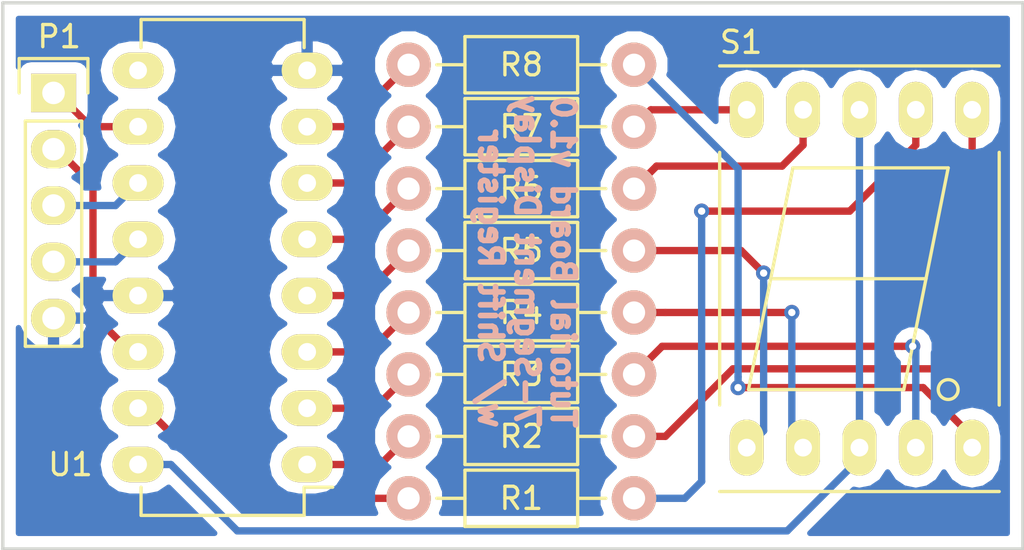
<source format=kicad_pcb>
(kicad_pcb (version 4) (host pcbnew "(2015-11-17 BZR 6321)-product")

  (general
    (links 25)
    (no_connects 1)
    (area 150.234867 111.0382 199.211001 138.9118)
    (thickness 1.6)
    (drawings 5)
    (tracks 79)
    (zones 0)
    (modules 11)
    (nets 23)
  )

  (page A4)
  (layers
    (0 F.Cu signal)
    (31 B.Cu signal)
    (34 B.Paste user)
    (35 F.Paste user)
    (36 B.SilkS user)
    (37 F.SilkS user)
    (38 B.Mask user)
    (39 F.Mask user)
    (41 Cmts.User user)
    (44 Edge.Cuts user)
  )

  (setup
    (last_trace_width 0.3302)
    (user_trace_width 0.1524)
    (user_trace_width 0.254)
    (user_trace_width 0.3302)
    (user_trace_width 0.508)
    (user_trace_width 0.762)
    (trace_clearance 0.254)
    (zone_clearance 0.508)
    (zone_45_only no)
    (trace_min 0.1524)
    (segment_width 0.2)
    (edge_width 0.15)
    (via_size 0.6858)
    (via_drill 0.3302)
    (via_min_size 0.6858)
    (via_min_drill 0.3302)
    (user_via 0.6858 0.3302)
    (user_via 0.7366 0.381)
    (user_via 0.8636 0.508)
    (uvia_size 0.762)
    (uvia_drill 0.508)
    (uvias_allowed no)
    (uvia_min_size 0)
    (uvia_min_drill 0)
    (pcb_text_width 0.3)
    (pcb_text_size 1.5 1.5)
    (mod_edge_width 0.15)
    (mod_text_size 1 1)
    (mod_text_width 0.15)
    (pad_size 1.524 1.524)
    (pad_drill 0.762)
    (pad_to_mask_clearance 0.2)
    (aux_axis_origin 0 0)
    (visible_elements FFFEFF7F)
    (pcbplotparams
      (layerselection 0x010f0_80000001)
      (usegerberextensions true)
      (excludeedgelayer true)
      (linewidth 0.100000)
      (plotframeref false)
      (viasonmask false)
      (mode 1)
      (useauxorigin false)
      (hpglpennumber 1)
      (hpglpenspeed 20)
      (hpglpendiameter 15)
      (hpglpenoverlay 2)
      (psnegative false)
      (psa4output false)
      (plotreference true)
      (plotvalue true)
      (plotinvisibletext false)
      (padsonsilk false)
      (subtractmaskfromsilk false)
      (outputformat 1)
      (mirror false)
      (drillshape 0)
      (scaleselection 1)
      (outputdirectory gerbers/))
  )

  (net 0 "")
  (net 1 VCC)
  (net 2 /LATCH)
  (net 3 /DATA)
  (net 4 /CLOCK)
  (net 5 GND)
  (net 6 /A)
  (net 7 /QA)
  (net 8 /B)
  (net 9 /QB)
  (net 10 /C)
  (net 11 /QC)
  (net 12 /D)
  (net 13 /QD)
  (net 14 /E)
  (net 15 /QE)
  (net 16 /F)
  (net 17 /QF)
  (net 18 /G)
  (net 19 /QG)
  (net 20 /H)
  (net 21 /QH)
  (net 22 "Net-(U1-Pad9)")

  (net_class Default "This is the default net class."
    (clearance 0.254)
    (trace_width 0.3302)
    (via_dia 0.6858)
    (via_drill 0.3302)
    (uvia_dia 0.762)
    (uvia_drill 0.508)
    (add_net /A)
    (add_net /B)
    (add_net /C)
    (add_net /CLOCK)
    (add_net /D)
    (add_net /DATA)
    (add_net /E)
    (add_net /F)
    (add_net /G)
    (add_net /H)
    (add_net /LATCH)
    (add_net /QA)
    (add_net /QB)
    (add_net /QC)
    (add_net /QD)
    (add_net /QE)
    (add_net /QF)
    (add_net /QG)
    (add_net /QH)
    (add_net "Net-(U1-Pad9)")
  )

  (net_class Power ""
    (clearance 0.3048)
    (trace_width 0.508)
    (via_dia 0.762)
    (via_drill 0.4064)
    (uvia_dia 0.762)
    (uvia_drill 0.508)
    (add_net GND)
    (add_net VCC)
  )

  (module Pin_Headers:Pin_Header_Straight_1x05 (layer F.Cu) (tedit 54EA0684) (tstamp 565E31A1)
    (at 155.448 117.348)
    (descr "Through hole pin header")
    (tags "pin header")
    (path /565E229A)
    (fp_text reference P1 (at 0.254 -2.54) (layer F.SilkS)
      (effects (font (size 1 1) (thickness 0.15)))
    )
    (fp_text value CONN_01X05 (at 0 -3.1) (layer F.Fab)
      (effects (font (size 1 1) (thickness 0.15)))
    )
    (fp_line (start -1.55 0) (end -1.55 -1.55) (layer F.SilkS) (width 0.15))
    (fp_line (start -1.55 -1.55) (end 1.55 -1.55) (layer F.SilkS) (width 0.15))
    (fp_line (start 1.55 -1.55) (end 1.55 0) (layer F.SilkS) (width 0.15))
    (fp_line (start -1.75 -1.75) (end -1.75 11.95) (layer F.CrtYd) (width 0.05))
    (fp_line (start 1.75 -1.75) (end 1.75 11.95) (layer F.CrtYd) (width 0.05))
    (fp_line (start -1.75 -1.75) (end 1.75 -1.75) (layer F.CrtYd) (width 0.05))
    (fp_line (start -1.75 11.95) (end 1.75 11.95) (layer F.CrtYd) (width 0.05))
    (fp_line (start 1.27 1.27) (end 1.27 11.43) (layer F.SilkS) (width 0.15))
    (fp_line (start 1.27 11.43) (end -1.27 11.43) (layer F.SilkS) (width 0.15))
    (fp_line (start -1.27 11.43) (end -1.27 1.27) (layer F.SilkS) (width 0.15))
    (fp_line (start 1.27 1.27) (end -1.27 1.27) (layer F.SilkS) (width 0.15))
    (pad 1 thru_hole rect (at 0 0) (size 2.032 1.7272) (drill 1.016) (layers *.Cu *.Mask F.SilkS)
      (net 1 VCC))
    (pad 2 thru_hole oval (at 0 2.54) (size 2.032 1.7272) (drill 1.016) (layers *.Cu *.Mask F.SilkS)
      (net 2 /LATCH))
    (pad 3 thru_hole oval (at 0 5.08) (size 2.032 1.7272) (drill 1.016) (layers *.Cu *.Mask F.SilkS)
      (net 3 /DATA))
    (pad 4 thru_hole oval (at 0 7.62) (size 2.032 1.7272) (drill 1.016) (layers *.Cu *.Mask F.SilkS)
      (net 4 /CLOCK))
    (pad 5 thru_hole oval (at 0 10.16) (size 2.032 1.7272) (drill 1.016) (layers *.Cu *.Mask F.SilkS)
      (net 5 GND))
    (model Pin_Headers.3dshapes/Pin_Header_Straight_1x05.wrl
      (at (xyz 0 -0.2 0))
      (scale (xyz 1 1 1))
      (rotate (xyz 0 0 90))
    )
  )

  (module Resistors_ThroughHole:Resistor_Horizontal_RM10mm (layer F.Cu) (tedit 53F56209) (tstamp 565E31A7)
    (at 176.53 135.636 180)
    (descr "Resistor, Axial,  RM 10mm, 1/3W,")
    (tags "Resistor, Axial, RM 10mm, 1/3W,")
    (path /565E2758)
    (fp_text reference R1 (at 0 0 180) (layer F.SilkS)
      (effects (font (size 1 1) (thickness 0.15)))
    )
    (fp_text value 220 (at 3.81 3.81 180) (layer F.Fab)
      (effects (font (size 1 1) (thickness 0.15)))
    )
    (fp_line (start -2.54 -1.27) (end 2.54 -1.27) (layer F.SilkS) (width 0.15))
    (fp_line (start 2.54 -1.27) (end 2.54 1.27) (layer F.SilkS) (width 0.15))
    (fp_line (start 2.54 1.27) (end -2.54 1.27) (layer F.SilkS) (width 0.15))
    (fp_line (start -2.54 1.27) (end -2.54 -1.27) (layer F.SilkS) (width 0.15))
    (fp_line (start -2.54 0) (end -3.81 0) (layer F.SilkS) (width 0.15))
    (fp_line (start 2.54 0) (end 3.81 0) (layer F.SilkS) (width 0.15))
    (pad 1 thru_hole circle (at -5.08 0 180) (size 1.99898 1.99898) (drill 1.00076) (layers *.Cu *.SilkS *.Mask)
      (net 6 /A))
    (pad 2 thru_hole circle (at 5.08 0 180) (size 1.99898 1.99898) (drill 1.00076) (layers *.Cu *.SilkS *.Mask)
      (net 7 /QA))
    (model Resistors_ThroughHole.3dshapes/Resistor_Horizontal_RM10mm.wrl
      (at (xyz 0 0 0))
      (scale (xyz 0.4 0.4 0.4))
      (rotate (xyz 0 0 0))
    )
  )

  (module Resistors_ThroughHole:Resistor_Horizontal_RM10mm (layer F.Cu) (tedit 53F56209) (tstamp 565E31AD)
    (at 176.53 132.842 180)
    (descr "Resistor, Axial,  RM 10mm, 1/3W,")
    (tags "Resistor, Axial, RM 10mm, 1/3W,")
    (path /565E27FD)
    (fp_text reference R2 (at 0 0 180) (layer F.SilkS)
      (effects (font (size 1 1) (thickness 0.15)))
    )
    (fp_text value 220 (at 3.81 3.81 180) (layer F.Fab)
      (effects (font (size 1 1) (thickness 0.15)))
    )
    (fp_line (start -2.54 -1.27) (end 2.54 -1.27) (layer F.SilkS) (width 0.15))
    (fp_line (start 2.54 -1.27) (end 2.54 1.27) (layer F.SilkS) (width 0.15))
    (fp_line (start 2.54 1.27) (end -2.54 1.27) (layer F.SilkS) (width 0.15))
    (fp_line (start -2.54 1.27) (end -2.54 -1.27) (layer F.SilkS) (width 0.15))
    (fp_line (start -2.54 0) (end -3.81 0) (layer F.SilkS) (width 0.15))
    (fp_line (start 2.54 0) (end 3.81 0) (layer F.SilkS) (width 0.15))
    (pad 1 thru_hole circle (at -5.08 0 180) (size 1.99898 1.99898) (drill 1.00076) (layers *.Cu *.SilkS *.Mask)
      (net 8 /B))
    (pad 2 thru_hole circle (at 5.08 0 180) (size 1.99898 1.99898) (drill 1.00076) (layers *.Cu *.SilkS *.Mask)
      (net 9 /QB))
    (model Resistors_ThroughHole.3dshapes/Resistor_Horizontal_RM10mm.wrl
      (at (xyz 0 0 0))
      (scale (xyz 0.4 0.4 0.4))
      (rotate (xyz 0 0 0))
    )
  )

  (module Resistors_ThroughHole:Resistor_Horizontal_RM10mm (layer F.Cu) (tedit 53F56209) (tstamp 565E31B3)
    (at 176.53 130.048 180)
    (descr "Resistor, Axial,  RM 10mm, 1/3W,")
    (tags "Resistor, Axial, RM 10mm, 1/3W,")
    (path /565E282D)
    (fp_text reference R3 (at 0 0 180) (layer F.SilkS)
      (effects (font (size 1 1) (thickness 0.15)))
    )
    (fp_text value 220 (at 3.81 3.81 180) (layer F.Fab)
      (effects (font (size 1 1) (thickness 0.15)))
    )
    (fp_line (start -2.54 -1.27) (end 2.54 -1.27) (layer F.SilkS) (width 0.15))
    (fp_line (start 2.54 -1.27) (end 2.54 1.27) (layer F.SilkS) (width 0.15))
    (fp_line (start 2.54 1.27) (end -2.54 1.27) (layer F.SilkS) (width 0.15))
    (fp_line (start -2.54 1.27) (end -2.54 -1.27) (layer F.SilkS) (width 0.15))
    (fp_line (start -2.54 0) (end -3.81 0) (layer F.SilkS) (width 0.15))
    (fp_line (start 2.54 0) (end 3.81 0) (layer F.SilkS) (width 0.15))
    (pad 1 thru_hole circle (at -5.08 0 180) (size 1.99898 1.99898) (drill 1.00076) (layers *.Cu *.SilkS *.Mask)
      (net 10 /C))
    (pad 2 thru_hole circle (at 5.08 0 180) (size 1.99898 1.99898) (drill 1.00076) (layers *.Cu *.SilkS *.Mask)
      (net 11 /QC))
    (model Resistors_ThroughHole.3dshapes/Resistor_Horizontal_RM10mm.wrl
      (at (xyz 0 0 0))
      (scale (xyz 0.4 0.4 0.4))
      (rotate (xyz 0 0 0))
    )
  )

  (module Resistors_ThroughHole:Resistor_Horizontal_RM10mm (layer F.Cu) (tedit 53F56209) (tstamp 565E31B9)
    (at 176.53 127.254 180)
    (descr "Resistor, Axial,  RM 10mm, 1/3W,")
    (tags "Resistor, Axial, RM 10mm, 1/3W,")
    (path /565E2863)
    (fp_text reference R4 (at 0 0 180) (layer F.SilkS)
      (effects (font (size 1 1) (thickness 0.15)))
    )
    (fp_text value 220 (at 3.81 3.81 180) (layer F.Fab)
      (effects (font (size 1 1) (thickness 0.15)))
    )
    (fp_line (start -2.54 -1.27) (end 2.54 -1.27) (layer F.SilkS) (width 0.15))
    (fp_line (start 2.54 -1.27) (end 2.54 1.27) (layer F.SilkS) (width 0.15))
    (fp_line (start 2.54 1.27) (end -2.54 1.27) (layer F.SilkS) (width 0.15))
    (fp_line (start -2.54 1.27) (end -2.54 -1.27) (layer F.SilkS) (width 0.15))
    (fp_line (start -2.54 0) (end -3.81 0) (layer F.SilkS) (width 0.15))
    (fp_line (start 2.54 0) (end 3.81 0) (layer F.SilkS) (width 0.15))
    (pad 1 thru_hole circle (at -5.08 0 180) (size 1.99898 1.99898) (drill 1.00076) (layers *.Cu *.SilkS *.Mask)
      (net 12 /D))
    (pad 2 thru_hole circle (at 5.08 0 180) (size 1.99898 1.99898) (drill 1.00076) (layers *.Cu *.SilkS *.Mask)
      (net 13 /QD))
    (model Resistors_ThroughHole.3dshapes/Resistor_Horizontal_RM10mm.wrl
      (at (xyz 0 0 0))
      (scale (xyz 0.4 0.4 0.4))
      (rotate (xyz 0 0 0))
    )
  )

  (module Resistors_ThroughHole:Resistor_Horizontal_RM10mm (layer F.Cu) (tedit 53F56209) (tstamp 565E31BF)
    (at 176.53 124.46 180)
    (descr "Resistor, Axial,  RM 10mm, 1/3W,")
    (tags "Resistor, Axial, RM 10mm, 1/3W,")
    (path /565E28A0)
    (fp_text reference R5 (at 0 0 180) (layer F.SilkS)
      (effects (font (size 1 1) (thickness 0.15)))
    )
    (fp_text value 220 (at 3.81 3.81 180) (layer F.Fab)
      (effects (font (size 1 1) (thickness 0.15)))
    )
    (fp_line (start -2.54 -1.27) (end 2.54 -1.27) (layer F.SilkS) (width 0.15))
    (fp_line (start 2.54 -1.27) (end 2.54 1.27) (layer F.SilkS) (width 0.15))
    (fp_line (start 2.54 1.27) (end -2.54 1.27) (layer F.SilkS) (width 0.15))
    (fp_line (start -2.54 1.27) (end -2.54 -1.27) (layer F.SilkS) (width 0.15))
    (fp_line (start -2.54 0) (end -3.81 0) (layer F.SilkS) (width 0.15))
    (fp_line (start 2.54 0) (end 3.81 0) (layer F.SilkS) (width 0.15))
    (pad 1 thru_hole circle (at -5.08 0 180) (size 1.99898 1.99898) (drill 1.00076) (layers *.Cu *.SilkS *.Mask)
      (net 14 /E))
    (pad 2 thru_hole circle (at 5.08 0 180) (size 1.99898 1.99898) (drill 1.00076) (layers *.Cu *.SilkS *.Mask)
      (net 15 /QE))
    (model Resistors_ThroughHole.3dshapes/Resistor_Horizontal_RM10mm.wrl
      (at (xyz 0 0 0))
      (scale (xyz 0.4 0.4 0.4))
      (rotate (xyz 0 0 0))
    )
  )

  (module Resistors_ThroughHole:Resistor_Horizontal_RM10mm (layer F.Cu) (tedit 53F56209) (tstamp 565E31C5)
    (at 176.53 121.666 180)
    (descr "Resistor, Axial,  RM 10mm, 1/3W,")
    (tags "Resistor, Axial, RM 10mm, 1/3W,")
    (path /565E28D8)
    (fp_text reference R6 (at 0 0 180) (layer F.SilkS)
      (effects (font (size 1 1) (thickness 0.15)))
    )
    (fp_text value 220 (at 3.81 3.81 180) (layer F.Fab)
      (effects (font (size 1 1) (thickness 0.15)))
    )
    (fp_line (start -2.54 -1.27) (end 2.54 -1.27) (layer F.SilkS) (width 0.15))
    (fp_line (start 2.54 -1.27) (end 2.54 1.27) (layer F.SilkS) (width 0.15))
    (fp_line (start 2.54 1.27) (end -2.54 1.27) (layer F.SilkS) (width 0.15))
    (fp_line (start -2.54 1.27) (end -2.54 -1.27) (layer F.SilkS) (width 0.15))
    (fp_line (start -2.54 0) (end -3.81 0) (layer F.SilkS) (width 0.15))
    (fp_line (start 2.54 0) (end 3.81 0) (layer F.SilkS) (width 0.15))
    (pad 1 thru_hole circle (at -5.08 0 180) (size 1.99898 1.99898) (drill 1.00076) (layers *.Cu *.SilkS *.Mask)
      (net 16 /F))
    (pad 2 thru_hole circle (at 5.08 0 180) (size 1.99898 1.99898) (drill 1.00076) (layers *.Cu *.SilkS *.Mask)
      (net 17 /QF))
    (model Resistors_ThroughHole.3dshapes/Resistor_Horizontal_RM10mm.wrl
      (at (xyz 0 0 0))
      (scale (xyz 0.4 0.4 0.4))
      (rotate (xyz 0 0 0))
    )
  )

  (module Resistors_ThroughHole:Resistor_Horizontal_RM10mm (layer F.Cu) (tedit 53F56209) (tstamp 565E31CB)
    (at 176.53 118.872 180)
    (descr "Resistor, Axial,  RM 10mm, 1/3W,")
    (tags "Resistor, Axial, RM 10mm, 1/3W,")
    (path /565E290B)
    (fp_text reference R7 (at 0 0 180) (layer F.SilkS)
      (effects (font (size 1 1) (thickness 0.15)))
    )
    (fp_text value 220 (at 3.81 3.81 180) (layer F.Fab)
      (effects (font (size 1 1) (thickness 0.15)))
    )
    (fp_line (start -2.54 -1.27) (end 2.54 -1.27) (layer F.SilkS) (width 0.15))
    (fp_line (start 2.54 -1.27) (end 2.54 1.27) (layer F.SilkS) (width 0.15))
    (fp_line (start 2.54 1.27) (end -2.54 1.27) (layer F.SilkS) (width 0.15))
    (fp_line (start -2.54 1.27) (end -2.54 -1.27) (layer F.SilkS) (width 0.15))
    (fp_line (start -2.54 0) (end -3.81 0) (layer F.SilkS) (width 0.15))
    (fp_line (start 2.54 0) (end 3.81 0) (layer F.SilkS) (width 0.15))
    (pad 1 thru_hole circle (at -5.08 0 180) (size 1.99898 1.99898) (drill 1.00076) (layers *.Cu *.SilkS *.Mask)
      (net 18 /G))
    (pad 2 thru_hole circle (at 5.08 0 180) (size 1.99898 1.99898) (drill 1.00076) (layers *.Cu *.SilkS *.Mask)
      (net 19 /QG))
    (model Resistors_ThroughHole.3dshapes/Resistor_Horizontal_RM10mm.wrl
      (at (xyz 0 0 0))
      (scale (xyz 0.4 0.4 0.4))
      (rotate (xyz 0 0 0))
    )
  )

  (module Resistors_ThroughHole:Resistor_Horizontal_RM10mm (layer F.Cu) (tedit 53F56209) (tstamp 565E31D1)
    (at 176.53 116.078 180)
    (descr "Resistor, Axial,  RM 10mm, 1/3W,")
    (tags "Resistor, Axial, RM 10mm, 1/3W,")
    (path /565E44EE)
    (fp_text reference R8 (at 0 0 180) (layer F.SilkS)
      (effects (font (size 1 1) (thickness 0.15)))
    )
    (fp_text value 220 (at 3.81 3.81 180) (layer F.Fab)
      (effects (font (size 1 1) (thickness 0.15)))
    )
    (fp_line (start -2.54 -1.27) (end 2.54 -1.27) (layer F.SilkS) (width 0.15))
    (fp_line (start 2.54 -1.27) (end 2.54 1.27) (layer F.SilkS) (width 0.15))
    (fp_line (start 2.54 1.27) (end -2.54 1.27) (layer F.SilkS) (width 0.15))
    (fp_line (start -2.54 1.27) (end -2.54 -1.27) (layer F.SilkS) (width 0.15))
    (fp_line (start -2.54 0) (end -3.81 0) (layer F.SilkS) (width 0.15))
    (fp_line (start 2.54 0) (end 3.81 0) (layer F.SilkS) (width 0.15))
    (pad 1 thru_hole circle (at -5.08 0 180) (size 1.99898 1.99898) (drill 1.00076) (layers *.Cu *.SilkS *.Mask)
      (net 20 /H))
    (pad 2 thru_hole circle (at 5.08 0 180) (size 1.99898 1.99898) (drill 1.00076) (layers *.Cu *.SilkS *.Mask)
      (net 21 /QH))
    (model Resistors_ThroughHole.3dshapes/Resistor_Horizontal_RM10mm.wrl
      (at (xyz 0 0 0))
      (scale (xyz 0.4 0.4 0.4))
      (rotate (xyz 0 0 0))
    )
  )

  (module Displays_7-Segment:7SegmentLED_LTS6760_LTS6780 (layer F.Cu) (tedit 0) (tstamp 565E31DF)
    (at 191.77 125.73)
    (path /565E257C)
    (fp_text reference S1 (at -5.334 -10.668) (layer F.SilkS)
      (effects (font (size 1 1) (thickness 0.15)))
    )
    (fp_text value 7SEGM (at -0.4 12) (layer F.Fab)
      (effects (font (size 1 1) (thickness 0.15)))
    )
    (fp_circle (center 4 5) (end 4.4 5.2) (layer F.SilkS) (width 0.15))
    (fp_line (start -3 -5) (end -4 0) (layer F.SilkS) (width 0.15))
    (fp_line (start -4 0) (end -5 5) (layer F.SilkS) (width 0.15))
    (fp_line (start -5 5) (end 2 5) (layer F.SilkS) (width 0.15))
    (fp_line (start 2 5) (end 3 0) (layer F.SilkS) (width 0.15))
    (fp_line (start 4 -5) (end 3 0) (layer F.SilkS) (width 0.15))
    (fp_line (start 3 0) (end -4 0) (layer F.SilkS) (width 0.15))
    (fp_line (start -3 -5) (end 4 -5) (layer F.SilkS) (width 0.15))
    (fp_line (start 6.3 9.6) (end -6.3 9.6) (layer F.SilkS) (width 0.15))
    (fp_line (start -6.3 -5.7) (end -6.3 5.7) (layer F.SilkS) (width 0.15))
    (fp_line (start 6.3 -5.7) (end 6.3 5.7) (layer F.SilkS) (width 0.15))
    (fp_line (start -6.3 -9.6) (end 6.3 -9.6) (layer F.SilkS) (width 0.15))
    (pad 1 thru_hole oval (at -5.08 7.62) (size 1.524 2.524) (drill 0.8) (layers *.Cu *.Mask F.SilkS)
      (net 14 /E))
    (pad 2 thru_hole oval (at -2.54 7.62) (size 1.524 2.524) (drill 0.8) (layers *.Cu *.Mask F.SilkS)
      (net 12 /D))
    (pad 3 thru_hole oval (at 0 7.62) (size 1.524 2.524) (drill 0.8) (layers *.Cu *.Mask F.SilkS)
      (net 1 VCC))
    (pad 4 thru_hole oval (at 2.54 7.62) (size 1.524 2.524) (drill 0.8) (layers *.Cu *.Mask F.SilkS)
      (net 10 /C))
    (pad 5 thru_hole oval (at 5.08 7.62) (size 1.524 2.524) (drill 0.8) (layers *.Cu *.Mask F.SilkS)
      (net 20 /H))
    (pad 6 thru_hole oval (at 5.08 -7.62) (size 1.524 2.524) (drill 0.8) (layers *.Cu *.Mask F.SilkS)
      (net 8 /B))
    (pad 7 thru_hole oval (at 2.54 -7.62) (size 1.524 2.524) (drill 0.8) (layers *.Cu *.Mask F.SilkS)
      (net 6 /A))
    (pad 8 thru_hole oval (at 0 -7.62) (size 1.524 2.524) (drill 0.8) (layers *.Cu *.Mask F.SilkS)
      (net 1 VCC))
    (pad 9 thru_hole oval (at -2.54 -7.62) (size 1.524 2.524) (drill 0.8) (layers *.Cu *.Mask F.SilkS)
      (net 16 /F))
    (pad 10 thru_hole oval (at -5.08 -7.62) (size 1.524 2.524) (drill 0.8) (layers *.Cu *.Mask F.SilkS)
      (net 18 /G))
    (model Displays_7-Segment.3dshapes/7SegmentLED_LTS6760_LTS6780.wrl
      (at (xyz 0 0 0))
      (scale (xyz 0.3937 0.3937 0.3937))
      (rotate (xyz 0 0 0))
    )
  )

  (module Housings_DIP:DIP-16_W7.62mm_LongPads (layer F.Cu) (tedit 54130A77) (tstamp 565E31F3)
    (at 166.878 134.112 180)
    (descr "16-lead dip package, row spacing 7.62 mm (300 mils), longer pads")
    (tags "dil dip 2.54 300")
    (path /565E265F)
    (fp_text reference U1 (at 10.668 0 180) (layer F.SilkS)
      (effects (font (size 1 1) (thickness 0.15)))
    )
    (fp_text value 74HC595 (at 0 -3.72 180) (layer F.Fab)
      (effects (font (size 1 1) (thickness 0.15)))
    )
    (fp_line (start -1.4 -2.45) (end -1.4 20.25) (layer F.CrtYd) (width 0.05))
    (fp_line (start 9 -2.45) (end 9 20.25) (layer F.CrtYd) (width 0.05))
    (fp_line (start -1.4 -2.45) (end 9 -2.45) (layer F.CrtYd) (width 0.05))
    (fp_line (start -1.4 20.25) (end 9 20.25) (layer F.CrtYd) (width 0.05))
    (fp_line (start 0.135 -2.295) (end 0.135 -1.025) (layer F.SilkS) (width 0.15))
    (fp_line (start 7.485 -2.295) (end 7.485 -1.025) (layer F.SilkS) (width 0.15))
    (fp_line (start 7.485 20.075) (end 7.485 18.805) (layer F.SilkS) (width 0.15))
    (fp_line (start 0.135 20.075) (end 0.135 18.805) (layer F.SilkS) (width 0.15))
    (fp_line (start 0.135 -2.295) (end 7.485 -2.295) (layer F.SilkS) (width 0.15))
    (fp_line (start 0.135 20.075) (end 7.485 20.075) (layer F.SilkS) (width 0.15))
    (fp_line (start 0.135 -1.025) (end -1.15 -1.025) (layer F.SilkS) (width 0.15))
    (pad 1 thru_hole oval (at 0 0 180) (size 2.3 1.6) (drill 0.8) (layers *.Cu *.Mask F.SilkS)
      (net 9 /QB))
    (pad 2 thru_hole oval (at 0 2.54 180) (size 2.3 1.6) (drill 0.8) (layers *.Cu *.Mask F.SilkS)
      (net 11 /QC))
    (pad 3 thru_hole oval (at 0 5.08 180) (size 2.3 1.6) (drill 0.8) (layers *.Cu *.Mask F.SilkS)
      (net 13 /QD))
    (pad 4 thru_hole oval (at 0 7.62 180) (size 2.3 1.6) (drill 0.8) (layers *.Cu *.Mask F.SilkS)
      (net 15 /QE))
    (pad 5 thru_hole oval (at 0 10.16 180) (size 2.3 1.6) (drill 0.8) (layers *.Cu *.Mask F.SilkS)
      (net 17 /QF))
    (pad 6 thru_hole oval (at 0 12.7 180) (size 2.3 1.6) (drill 0.8) (layers *.Cu *.Mask F.SilkS)
      (net 19 /QG))
    (pad 7 thru_hole oval (at 0 15.24 180) (size 2.3 1.6) (drill 0.8) (layers *.Cu *.Mask F.SilkS)
      (net 21 /QH))
    (pad 8 thru_hole oval (at 0 17.78 180) (size 2.3 1.6) (drill 0.8) (layers *.Cu *.Mask F.SilkS)
      (net 5 GND))
    (pad 9 thru_hole oval (at 7.62 17.78 180) (size 2.3 1.6) (drill 0.8) (layers *.Cu *.Mask F.SilkS)
      (net 22 "Net-(U1-Pad9)"))
    (pad 10 thru_hole oval (at 7.62 15.24 180) (size 2.3 1.6) (drill 0.8) (layers *.Cu *.Mask F.SilkS)
      (net 1 VCC))
    (pad 11 thru_hole oval (at 7.62 12.7 180) (size 2.3 1.6) (drill 0.8) (layers *.Cu *.Mask F.SilkS)
      (net 3 /DATA))
    (pad 12 thru_hole oval (at 7.62 10.16 180) (size 2.3 1.6) (drill 0.8) (layers *.Cu *.Mask F.SilkS)
      (net 4 /CLOCK))
    (pad 13 thru_hole oval (at 7.62 7.62 180) (size 2.3 1.6) (drill 0.8) (layers *.Cu *.Mask F.SilkS)
      (net 5 GND))
    (pad 14 thru_hole oval (at 7.62 5.08 180) (size 2.3 1.6) (drill 0.8) (layers *.Cu *.Mask F.SilkS)
      (net 2 /LATCH))
    (pad 15 thru_hole oval (at 7.62 2.54 180) (size 2.3 1.6) (drill 0.8) (layers *.Cu *.Mask F.SilkS)
      (net 7 /QA))
    (pad 16 thru_hole oval (at 7.62 0 180) (size 2.3 1.6) (drill 0.8) (layers *.Cu *.Mask F.SilkS)
      (net 1 VCC))
    (model Housings_DIP.3dshapes/DIP-16_W7.62mm_LongPads.wrl
      (at (xyz 0 0 0))
      (scale (xyz 1 1 1))
      (rotate (xyz 0 0 0))
    )
  )

  (gr_text "Tutorial Board v1.0\n7-Segment Display \nw/ Shift Register" (at 176.784 132.588 270) (layer B.SilkS)
    (effects (font (size 1.016 1.016) (thickness 0.254)) (justify left mirror))
  )
  (gr_line (start 199.136 137.922) (end 199.136 113.284) (angle 90) (layer Edge.Cuts) (width 0.15))
  (gr_line (start 153.162 137.922) (end 199.136 137.922) (angle 90) (layer Edge.Cuts) (width 0.15))
  (gr_line (start 153.162 113.284) (end 153.162 137.922) (angle 90) (layer Edge.Cuts) (width 0.15))
  (gr_line (start 199.136 113.284) (end 153.162 113.284) (angle 90) (layer Edge.Cuts) (width 0.15))

  (segment (start 191.77 133.35) (end 191.77 118.11) (width 0.3302) (layer B.Cu) (net 1))
  (segment (start 159.258 134.112) (end 160.7382 134.112) (width 0.3302) (layer B.Cu) (net 1))
  (segment (start 160.7382 134.112) (end 163.731591 137.105391) (width 0.3302) (layer B.Cu) (net 1))
  (segment (start 163.731591 137.105391) (end 188.514609 137.105391) (width 0.3302) (layer B.Cu) (net 1))
  (segment (start 188.514609 137.105391) (end 191.77 133.85) (width 0.3302) (layer B.Cu) (net 1))
  (segment (start 191.77 133.85) (end 191.77 133.35) (width 0.3302) (layer B.Cu) (net 1))
  (segment (start 159.258 118.872) (end 156.972 118.872) (width 0.3302) (layer F.Cu) (net 1))
  (segment (start 156.972 118.872) (end 156.7942 118.6942) (width 0.3302) (layer F.Cu) (net 1))
  (segment (start 156.7942 118.6942) (end 156.7942 118.5418) (width 0.3302) (layer F.Cu) (net 1))
  (segment (start 156.7942 118.5418) (end 155.6004 117.348) (width 0.3302) (layer F.Cu) (net 1))
  (segment (start 155.6004 117.348) (end 155.448 117.348) (width 0.3302) (layer F.Cu) (net 1))
  (segment (start 157.226 121.5136) (end 157.226 127.35) (width 0.3302) (layer F.Cu) (net 2))
  (segment (start 157.226 127.35) (end 158.908 129.032) (width 0.3302) (layer F.Cu) (net 2))
  (segment (start 158.908 129.032) (end 159.258 129.032) (width 0.3302) (layer F.Cu) (net 2))
  (segment (start 155.448 119.888) (end 155.6004 119.888) (width 0.3302) (layer F.Cu) (net 2))
  (segment (start 155.6004 119.888) (end 157.226 121.5136) (width 0.3302) (layer F.Cu) (net 2))
  (segment (start 155.448 122.428) (end 158.242 122.428) (width 0.3302) (layer B.Cu) (net 3))
  (segment (start 158.242 122.428) (end 159.258 121.412) (width 0.3302) (layer B.Cu) (net 3))
  (segment (start 155.448 124.968) (end 158.242 124.968) (width 0.3302) (layer B.Cu) (net 4))
  (segment (start 158.242 124.968) (end 159.258 123.952) (width 0.3302) (layer B.Cu) (net 4))
  (segment (start 184.658 122.682) (end 184.658 134.874) (width 0.3302) (layer B.Cu) (net 6))
  (segment (start 184.658 134.874) (end 183.896 135.636) (width 0.3302) (layer B.Cu) (net 6))
  (segment (start 183.896 135.636) (end 181.61 135.636) (width 0.3302) (layer B.Cu) (net 6))
  (segment (start 191.3302 122.682) (end 184.658 122.682) (width 0.3302) (layer F.Cu) (net 6))
  (via (at 184.658 122.682) (size 0.6858) (drill 0.3302) (layers F.Cu B.Cu) (net 6))
  (segment (start 194.31 118.11) (end 194.31 119.7022) (width 0.3302) (layer F.Cu) (net 6))
  (segment (start 194.31 119.7022) (end 191.3302 122.682) (width 0.3302) (layer F.Cu) (net 6))
  (segment (start 171.45 135.636) (end 163.672 135.636) (width 0.3302) (layer F.Cu) (net 7))
  (segment (start 163.672 135.636) (end 159.608 131.572) (width 0.3302) (layer F.Cu) (net 7))
  (segment (start 159.608 131.572) (end 159.258 131.572) (width 0.3302) (layer F.Cu) (net 7))
  (segment (start 195.834 129.794) (end 196.85 128.778) (width 0.3302) (layer F.Cu) (net 8))
  (segment (start 196.85 128.778) (end 196.85 118.11) (width 0.3302) (layer F.Cu) (net 8))
  (segment (start 186.071492 129.794) (end 195.834 129.794) (width 0.3302) (layer F.Cu) (net 8))
  (segment (start 181.61 132.842) (end 183.023492 132.842) (width 0.3302) (layer F.Cu) (net 8))
  (segment (start 183.023492 132.842) (end 186.071492 129.794) (width 0.3302) (layer F.Cu) (net 8))
  (segment (start 166.878 134.112) (end 170.18 134.112) (width 0.3302) (layer F.Cu) (net 9))
  (segment (start 170.18 134.112) (end 171.45 132.842) (width 0.3302) (layer F.Cu) (net 9))
  (segment (start 194.31 133.35) (end 194.31 128.91778) (width 0.3302) (layer B.Cu) (net 10))
  (segment (start 194.31 128.91778) (end 194.1702 128.77798) (width 0.3302) (layer B.Cu) (net 10))
  (via (at 194.1702 128.77798) (size 0.6858) (drill 0.3302) (layers F.Cu B.Cu) (net 10))
  (segment (start 181.61 130.048) (end 182.88002 128.77798) (width 0.3302) (layer F.Cu) (net 10))
  (segment (start 193.685267 128.77798) (end 194.1702 128.77798) (width 0.3302) (layer F.Cu) (net 10))
  (segment (start 182.88002 128.77798) (end 193.685267 128.77798) (width 0.3302) (layer F.Cu) (net 10))
  (segment (start 166.878 131.572) (end 169.926 131.572) (width 0.3302) (layer F.Cu) (net 11))
  (segment (start 169.926 131.572) (end 171.45 130.048) (width 0.3302) (layer F.Cu) (net 11))
  (segment (start 188.722 127.254) (end 188.722 132.842) (width 0.3302) (layer B.Cu) (net 12))
  (segment (start 188.722 132.842) (end 189.23 133.35) (width 0.3302) (layer B.Cu) (net 12))
  (segment (start 183.023492 127.254) (end 188.722 127.254) (width 0.3302) (layer F.Cu) (net 12))
  (via (at 188.722 127.254) (size 0.6858) (drill 0.3302) (layers F.Cu B.Cu) (net 12))
  (segment (start 181.61 127.254) (end 183.023492 127.254) (width 0.3302) (layer F.Cu) (net 12))
  (segment (start 166.878 129.032) (end 169.672 129.032) (width 0.3302) (layer F.Cu) (net 13))
  (segment (start 169.672 129.032) (end 171.45 127.254) (width 0.3302) (layer F.Cu) (net 13))
  (segment (start 187.452 125.476) (end 187.452 132.588) (width 0.3302) (layer B.Cu) (net 14))
  (segment (start 187.452 132.588) (end 186.69 133.35) (width 0.3302) (layer B.Cu) (net 14))
  (via (at 187.452 125.476) (size 0.6858) (drill 0.3302) (layers F.Cu B.Cu) (net 14))
  (segment (start 186.436 124.46) (end 187.452 125.476) (width 0.3302) (layer F.Cu) (net 14))
  (segment (start 181.61 124.46) (end 186.436 124.46) (width 0.3302) (layer F.Cu) (net 14))
  (segment (start 166.878 126.492) (end 169.418 126.492) (width 0.3302) (layer F.Cu) (net 15))
  (segment (start 169.418 126.492) (end 171.45 124.46) (width 0.3302) (layer F.Cu) (net 15))
  (segment (start 188.2822 120.65) (end 182.626 120.65) (width 0.3302) (layer F.Cu) (net 16))
  (segment (start 182.626 120.65) (end 181.61 121.666) (width 0.3302) (layer F.Cu) (net 16))
  (segment (start 189.23 118.11) (end 189.23 119.7022) (width 0.3302) (layer F.Cu) (net 16))
  (segment (start 189.23 119.7022) (end 188.2822 120.65) (width 0.3302) (layer F.Cu) (net 16))
  (segment (start 166.878 123.952) (end 169.164 123.952) (width 0.3302) (layer F.Cu) (net 17))
  (segment (start 169.164 123.952) (end 171.45 121.666) (width 0.3302) (layer F.Cu) (net 17))
  (segment (start 186.69 118.11) (end 182.372 118.11) (width 0.3302) (layer F.Cu) (net 18))
  (segment (start 182.372 118.11) (end 181.61 118.872) (width 0.3302) (layer F.Cu) (net 18))
  (segment (start 166.878 121.412) (end 168.91 121.412) (width 0.3302) (layer F.Cu) (net 19))
  (segment (start 168.91 121.412) (end 171.45 118.872) (width 0.3302) (layer F.Cu) (net 19))
  (segment (start 196.85 132.85) (end 194.642881 130.642881) (width 0.3302) (layer F.Cu) (net 20))
  (segment (start 196.85 133.35) (end 196.85 132.85) (width 0.3302) (layer F.Cu) (net 20))
  (segment (start 186.785204 130.642881) (end 186.300271 130.642881) (width 0.3302) (layer F.Cu) (net 20))
  (via (at 186.300271 130.642881) (size 0.6858) (drill 0.3302) (layers F.Cu B.Cu) (net 20))
  (segment (start 186.300271 120.768271) (end 186.300271 130.157948) (width 0.3302) (layer B.Cu) (net 20))
  (segment (start 181.61 116.078) (end 186.300271 120.768271) (width 0.3302) (layer B.Cu) (net 20))
  (segment (start 186.300271 130.157948) (end 186.300271 130.642881) (width 0.3302) (layer B.Cu) (net 20))
  (segment (start 194.642881 130.642881) (end 186.785204 130.642881) (width 0.3302) (layer F.Cu) (net 20))
  (segment (start 166.878 118.872) (end 168.656 118.872) (width 0.3302) (layer F.Cu) (net 21))
  (segment (start 168.656 118.872) (end 171.45 116.078) (width 0.3302) (layer F.Cu) (net 21))

  (zone (net 5) (net_name GND) (layer B.Cu) (tstamp 565E2EDA) (hatch edge 0.508)
    (connect_pads (clearance 0.508))
    (min_thickness 0.254)
    (fill yes (arc_segments 16) (thermal_gap 0.508) (thermal_bridge_width 0.508))
    (polygon
      (pts
        (xy 199.136 137.922) (xy 153.162 137.922) (xy 153.035 113.284) (xy 199.009 113.157) (xy 199.136 137.922)
      )
    )
    (filled_polygon
      (pts
        (xy 198.426 137.212) (xy 189.539512 137.212) (xy 191.517561 135.233951) (xy 191.77 135.284164) (xy 192.304609 135.177824)
        (xy 192.757828 134.874992) (xy 193.04 134.452693) (xy 193.322172 134.874992) (xy 193.775391 135.177824) (xy 194.31 135.284164)
        (xy 194.844609 135.177824) (xy 195.297828 134.874992) (xy 195.58 134.452693) (xy 195.862172 134.874992) (xy 196.315391 135.177824)
        (xy 196.85 135.284164) (xy 197.384609 135.177824) (xy 197.837828 134.874992) (xy 198.14066 134.421773) (xy 198.247 133.887164)
        (xy 198.247 132.812836) (xy 198.14066 132.278227) (xy 197.837828 131.825008) (xy 197.384609 131.522176) (xy 196.85 131.415836)
        (xy 196.315391 131.522176) (xy 195.862172 131.825008) (xy 195.58 132.247307) (xy 195.297828 131.825008) (xy 195.1101 131.699572)
        (xy 195.1101 129.064455) (xy 195.14793 128.97335) (xy 195.148269 128.584317) (xy 194.999707 128.224768) (xy 194.724859 127.94944)
        (xy 194.36557 127.80025) (xy 193.976537 127.799911) (xy 193.616988 127.948473) (xy 193.34166 128.223321) (xy 193.19247 128.58261)
        (xy 193.192131 128.971643) (xy 193.340693 129.331192) (xy 193.5099 129.500695) (xy 193.5099 131.699572) (xy 193.322172 131.825008)
        (xy 193.04 132.247307) (xy 192.757828 131.825008) (xy 192.5701 131.699572) (xy 192.5701 119.760428) (xy 192.757828 119.634992)
        (xy 193.04 119.212693) (xy 193.322172 119.634992) (xy 193.775391 119.937824) (xy 194.31 120.044164) (xy 194.844609 119.937824)
        (xy 195.297828 119.634992) (xy 195.58 119.212693) (xy 195.862172 119.634992) (xy 196.315391 119.937824) (xy 196.85 120.044164)
        (xy 197.384609 119.937824) (xy 197.837828 119.634992) (xy 198.14066 119.181773) (xy 198.247 118.647164) (xy 198.247 117.572836)
        (xy 198.14066 117.038227) (xy 197.837828 116.585008) (xy 197.384609 116.282176) (xy 196.85 116.175836) (xy 196.315391 116.282176)
        (xy 195.862172 116.585008) (xy 195.58 117.007307) (xy 195.297828 116.585008) (xy 194.844609 116.282176) (xy 194.31 116.175836)
        (xy 193.775391 116.282176) (xy 193.322172 116.585008) (xy 193.04 117.007307) (xy 192.757828 116.585008) (xy 192.304609 116.282176)
        (xy 191.77 116.175836) (xy 191.235391 116.282176) (xy 190.782172 116.585008) (xy 190.5 117.007307) (xy 190.217828 116.585008)
        (xy 189.764609 116.282176) (xy 189.23 116.175836) (xy 188.695391 116.282176) (xy 188.242172 116.585008) (xy 187.96 117.007307)
        (xy 187.677828 116.585008) (xy 187.224609 116.282176) (xy 186.69 116.175836) (xy 186.155391 116.282176) (xy 185.702172 116.585008)
        (xy 185.39934 117.038227) (xy 185.293 117.572836) (xy 185.293 118.629488) (xy 183.192524 116.529012) (xy 183.244206 116.404547)
        (xy 183.244774 115.754306) (xy 182.996462 115.153345) (xy 182.537073 114.693154) (xy 181.936547 114.443794) (xy 181.286306 114.443226)
        (xy 180.685345 114.691538) (xy 180.225154 115.150927) (xy 179.975794 115.751453) (xy 179.975226 116.401694) (xy 180.223538 117.002655)
        (xy 180.682927 117.462846) (xy 180.711525 117.474721) (xy 180.685345 117.485538) (xy 180.225154 117.944927) (xy 179.975794 118.545453)
        (xy 179.975226 119.195694) (xy 180.223538 119.796655) (xy 180.682927 120.256846) (xy 180.711525 120.268721) (xy 180.685345 120.279538)
        (xy 180.225154 120.738927) (xy 179.975794 121.339453) (xy 179.975226 121.989694) (xy 180.223538 122.590655) (xy 180.682927 123.050846)
        (xy 180.711525 123.062721) (xy 180.685345 123.073538) (xy 180.225154 123.532927) (xy 179.975794 124.133453) (xy 179.975226 124.783694)
        (xy 180.223538 125.384655) (xy 180.682927 125.844846) (xy 180.711525 125.856721) (xy 180.685345 125.867538) (xy 180.225154 126.326927)
        (xy 179.975794 126.927453) (xy 179.975226 127.577694) (xy 180.223538 128.178655) (xy 180.682927 128.638846) (xy 180.711525 128.650721)
        (xy 180.685345 128.661538) (xy 180.225154 129.120927) (xy 179.975794 129.721453) (xy 179.975226 130.371694) (xy 180.223538 130.972655)
        (xy 180.682927 131.432846) (xy 180.711525 131.444721) (xy 180.685345 131.455538) (xy 180.225154 131.914927) (xy 179.975794 132.515453)
        (xy 179.975226 133.165694) (xy 180.223538 133.766655) (xy 180.682927 134.226846) (xy 180.711525 134.238721) (xy 180.685345 134.249538)
        (xy 180.225154 134.708927) (xy 179.975794 135.309453) (xy 179.975226 135.959694) (xy 180.118024 136.305291) (xy 172.941886 136.305291)
        (xy 173.084206 135.962547) (xy 173.084774 135.312306) (xy 172.836462 134.711345) (xy 172.377073 134.251154) (xy 172.348475 134.239279)
        (xy 172.374655 134.228462) (xy 172.834846 133.769073) (xy 173.084206 133.168547) (xy 173.084774 132.518306) (xy 172.836462 131.917345)
        (xy 172.377073 131.457154) (xy 172.348475 131.445279) (xy 172.374655 131.434462) (xy 172.834846 130.975073) (xy 173.084206 130.374547)
        (xy 173.084774 129.724306) (xy 172.836462 129.123345) (xy 172.377073 128.663154) (xy 172.348475 128.651279) (xy 172.374655 128.640462)
        (xy 172.834846 128.181073) (xy 173.084206 127.580547) (xy 173.084774 126.930306) (xy 172.836462 126.329345) (xy 172.377073 125.869154)
        (xy 172.348475 125.857279) (xy 172.374655 125.846462) (xy 172.834846 125.387073) (xy 173.084206 124.786547) (xy 173.084774 124.136306)
        (xy 172.836462 123.535345) (xy 172.377073 123.075154) (xy 172.348475 123.063279) (xy 172.374655 123.052462) (xy 172.834846 122.593073)
        (xy 173.084206 121.992547) (xy 173.084774 121.342306) (xy 172.836462 120.741345) (xy 172.377073 120.281154) (xy 172.348475 120.269279)
        (xy 172.374655 120.258462) (xy 172.834846 119.799073) (xy 173.084206 119.198547) (xy 173.084774 118.548306) (xy 172.836462 117.947345)
        (xy 172.377073 117.487154) (xy 172.348475 117.475279) (xy 172.374655 117.464462) (xy 172.834846 117.005073) (xy 173.084206 116.404547)
        (xy 173.084774 115.754306) (xy 172.836462 115.153345) (xy 172.377073 114.693154) (xy 171.776547 114.443794) (xy 171.126306 114.443226)
        (xy 170.525345 114.691538) (xy 170.065154 115.150927) (xy 169.815794 115.751453) (xy 169.815226 116.401694) (xy 170.063538 117.002655)
        (xy 170.522927 117.462846) (xy 170.551525 117.474721) (xy 170.525345 117.485538) (xy 170.065154 117.944927) (xy 169.815794 118.545453)
        (xy 169.815226 119.195694) (xy 170.063538 119.796655) (xy 170.522927 120.256846) (xy 170.551525 120.268721) (xy 170.525345 120.279538)
        (xy 170.065154 120.738927) (xy 169.815794 121.339453) (xy 169.815226 121.989694) (xy 170.063538 122.590655) (xy 170.522927 123.050846)
        (xy 170.551525 123.062721) (xy 170.525345 123.073538) (xy 170.065154 123.532927) (xy 169.815794 124.133453) (xy 169.815226 124.783694)
        (xy 170.063538 125.384655) (xy 170.522927 125.844846) (xy 170.551525 125.856721) (xy 170.525345 125.867538) (xy 170.065154 126.326927)
        (xy 169.815794 126.927453) (xy 169.815226 127.577694) (xy 170.063538 128.178655) (xy 170.522927 128.638846) (xy 170.551525 128.650721)
        (xy 170.525345 128.661538) (xy 170.065154 129.120927) (xy 169.815794 129.721453) (xy 169.815226 130.371694) (xy 170.063538 130.972655)
        (xy 170.522927 131.432846) (xy 170.551525 131.444721) (xy 170.525345 131.455538) (xy 170.065154 131.914927) (xy 169.815794 132.515453)
        (xy 169.815226 133.165694) (xy 170.063538 133.766655) (xy 170.522927 134.226846) (xy 170.551525 134.238721) (xy 170.525345 134.249538)
        (xy 170.065154 134.708927) (xy 169.815794 135.309453) (xy 169.815226 135.959694) (xy 169.958024 136.305291) (xy 164.063003 136.305291)
        (xy 161.303956 133.546244) (xy 161.044385 133.372804) (xy 160.810693 133.32632) (xy 160.657668 133.097302) (xy 160.275582 132.842)
        (xy 160.657668 132.586698) (xy 160.968737 132.121151) (xy 161.07797 131.572) (xy 160.968737 131.022849) (xy 160.657668 130.557302)
        (xy 160.275582 130.302) (xy 160.657668 130.046698) (xy 160.968737 129.581151) (xy 161.07797 129.032) (xy 160.968737 128.482849)
        (xy 160.657668 128.017302) (xy 160.279849 127.764851) (xy 160.7125 127.416896) (xy 160.982367 126.923819) (xy 160.999904 126.841039)
        (xy 160.877915 126.619) (xy 159.385 126.619) (xy 159.385 126.639) (xy 159.131 126.639) (xy 159.131 126.619)
        (xy 157.638085 126.619) (xy 157.516096 126.841039) (xy 157.533633 126.923819) (xy 157.8035 127.416896) (xy 158.236151 127.764851)
        (xy 157.858332 128.017302) (xy 157.547263 128.482849) (xy 157.43803 129.032) (xy 157.547263 129.581151) (xy 157.858332 130.046698)
        (xy 158.240418 130.302) (xy 157.858332 130.557302) (xy 157.547263 131.022849) (xy 157.43803 131.572) (xy 157.547263 132.121151)
        (xy 157.858332 132.586698) (xy 158.240418 132.842) (xy 157.858332 133.097302) (xy 157.547263 133.562849) (xy 157.43803 134.112)
        (xy 157.547263 134.661151) (xy 157.858332 135.126698) (xy 158.323879 135.437767) (xy 158.87303 135.547) (xy 159.64297 135.547)
        (xy 160.192121 135.437767) (xy 160.635919 135.141231) (xy 162.706688 137.212) (xy 153.872 137.212) (xy 153.872 127.94239)
        (xy 154.097268 128.410036) (xy 154.53368 128.799954) (xy 155.086087 128.993184) (xy 155.321 128.848924) (xy 155.321 127.635)
        (xy 155.575 127.635) (xy 155.575 128.848924) (xy 155.809913 128.993184) (xy 156.36232 128.799954) (xy 156.798732 128.410036)
        (xy 157.052709 127.882791) (xy 157.055358 127.867026) (xy 156.934217 127.635) (xy 155.575 127.635) (xy 155.321 127.635)
        (xy 155.301 127.635) (xy 155.301 127.381) (xy 155.321 127.381) (xy 155.321 127.361) (xy 155.575 127.361)
        (xy 155.575 127.381) (xy 156.934217 127.381) (xy 157.055358 127.148974) (xy 157.052709 127.133209) (xy 156.798732 126.605964)
        (xy 156.382931 126.234461) (xy 156.692415 126.02767) (xy 156.865854 125.7681) (xy 157.693492 125.7681) (xy 157.533633 126.060181)
        (xy 157.516096 126.142961) (xy 157.638085 126.365) (xy 159.131 126.365) (xy 159.131 126.345) (xy 159.385 126.345)
        (xy 159.385 126.365) (xy 160.877915 126.365) (xy 160.999904 126.142961) (xy 160.982367 126.060181) (xy 160.7125 125.567104)
        (xy 160.279849 125.219149) (xy 160.657668 124.966698) (xy 160.968737 124.501151) (xy 161.07797 123.952) (xy 160.968737 123.402849)
        (xy 160.657668 122.937302) (xy 160.275582 122.682) (xy 160.657668 122.426698) (xy 160.968737 121.961151) (xy 161.07797 121.412)
        (xy 160.968737 120.862849) (xy 160.657668 120.397302) (xy 160.275582 120.142) (xy 160.657668 119.886698) (xy 160.968737 119.421151)
        (xy 161.07797 118.872) (xy 165.05803 118.872) (xy 165.167263 119.421151) (xy 165.478332 119.886698) (xy 165.860418 120.142)
        (xy 165.478332 120.397302) (xy 165.167263 120.862849) (xy 165.05803 121.412) (xy 165.167263 121.961151) (xy 165.478332 122.426698)
        (xy 165.860418 122.682) (xy 165.478332 122.937302) (xy 165.167263 123.402849) (xy 165.05803 123.952) (xy 165.167263 124.501151)
        (xy 165.478332 124.966698) (xy 165.860418 125.222) (xy 165.478332 125.477302) (xy 165.167263 125.942849) (xy 165.05803 126.492)
        (xy 165.167263 127.041151) (xy 165.478332 127.506698) (xy 165.860418 127.762) (xy 165.478332 128.017302) (xy 165.167263 128.482849)
        (xy 165.05803 129.032) (xy 165.167263 129.581151) (xy 165.478332 130.046698) (xy 165.860418 130.302) (xy 165.478332 130.557302)
        (xy 165.167263 131.022849) (xy 165.05803 131.572) (xy 165.167263 132.121151) (xy 165.478332 132.586698) (xy 165.860418 132.842)
        (xy 165.478332 133.097302) (xy 165.167263 133.562849) (xy 165.05803 134.112) (xy 165.167263 134.661151) (xy 165.478332 135.126698)
        (xy 165.943879 135.437767) (xy 166.49303 135.547) (xy 167.26297 135.547) (xy 167.812121 135.437767) (xy 168.277668 135.126698)
        (xy 168.588737 134.661151) (xy 168.69797 134.112) (xy 168.588737 133.562849) (xy 168.277668 133.097302) (xy 167.895582 132.842)
        (xy 168.277668 132.586698) (xy 168.588737 132.121151) (xy 168.69797 131.572) (xy 168.588737 131.022849) (xy 168.277668 130.557302)
        (xy 167.895582 130.302) (xy 168.277668 130.046698) (xy 168.588737 129.581151) (xy 168.69797 129.032) (xy 168.588737 128.482849)
        (xy 168.277668 128.017302) (xy 167.895582 127.762) (xy 168.277668 127.506698) (xy 168.588737 127.041151) (xy 168.69797 126.492)
        (xy 168.588737 125.942849) (xy 168.277668 125.477302) (xy 167.895582 125.222) (xy 168.277668 124.966698) (xy 168.588737 124.501151)
        (xy 168.69797 123.952) (xy 168.588737 123.402849) (xy 168.277668 122.937302) (xy 167.895582 122.682) (xy 168.277668 122.426698)
        (xy 168.588737 121.961151) (xy 168.69797 121.412) (xy 168.588737 120.862849) (xy 168.277668 120.397302) (xy 167.895582 120.142)
        (xy 168.277668 119.886698) (xy 168.588737 119.421151) (xy 168.69797 118.872) (xy 168.588737 118.322849) (xy 168.277668 117.857302)
        (xy 167.899849 117.604851) (xy 168.3325 117.256896) (xy 168.602367 116.763819) (xy 168.619904 116.681039) (xy 168.497915 116.459)
        (xy 167.005 116.459) (xy 167.005 116.479) (xy 166.751 116.479) (xy 166.751 116.459) (xy 165.258085 116.459)
        (xy 165.136096 116.681039) (xy 165.153633 116.763819) (xy 165.4235 117.256896) (xy 165.856151 117.604851) (xy 165.478332 117.857302)
        (xy 165.167263 118.322849) (xy 165.05803 118.872) (xy 161.07797 118.872) (xy 160.968737 118.322849) (xy 160.657668 117.857302)
        (xy 160.275582 117.602) (xy 160.657668 117.346698) (xy 160.968737 116.881151) (xy 161.07797 116.332) (xy 161.008542 115.982961)
        (xy 165.136096 115.982961) (xy 165.258085 116.205) (xy 166.751 116.205) (xy 166.751 114.897) (xy 167.005 114.897)
        (xy 167.005 116.205) (xy 168.497915 116.205) (xy 168.619904 115.982961) (xy 168.602367 115.900181) (xy 168.3325 115.407104)
        (xy 167.894483 115.054834) (xy 167.355 114.897) (xy 167.005 114.897) (xy 166.751 114.897) (xy 166.401 114.897)
        (xy 165.861517 115.054834) (xy 165.4235 115.407104) (xy 165.153633 115.900181) (xy 165.136096 115.982961) (xy 161.008542 115.982961)
        (xy 160.968737 115.782849) (xy 160.657668 115.317302) (xy 160.192121 115.006233) (xy 159.64297 114.897) (xy 158.87303 114.897)
        (xy 158.323879 115.006233) (xy 157.858332 115.317302) (xy 157.547263 115.782849) (xy 157.43803 116.332) (xy 157.547263 116.881151)
        (xy 157.858332 117.346698) (xy 158.240418 117.602) (xy 157.858332 117.857302) (xy 157.547263 118.322849) (xy 157.43803 118.872)
        (xy 157.547263 119.421151) (xy 157.858332 119.886698) (xy 158.240418 120.142) (xy 157.858332 120.397302) (xy 157.547263 120.862849)
        (xy 157.43803 121.412) (xy 157.480975 121.6279) (xy 156.865854 121.6279) (xy 156.692415 121.36833) (xy 156.377634 121.158)
        (xy 156.692415 120.94767) (xy 157.017271 120.461489) (xy 157.131345 119.888) (xy 157.017271 119.314511) (xy 156.692415 118.82833)
        (xy 156.678087 118.818757) (xy 156.699317 118.814762) (xy 156.915441 118.67569) (xy 157.060431 118.46349) (xy 157.11144 118.2116)
        (xy 157.11144 116.4844) (xy 157.067162 116.249083) (xy 156.92809 116.032959) (xy 156.71589 115.887969) (xy 156.464 115.83696)
        (xy 154.432 115.83696) (xy 154.196683 115.881238) (xy 153.980559 116.02031) (xy 153.872 116.179191) (xy 153.872 113.994)
        (xy 198.426 113.994)
      )
    )
  )
)

</source>
